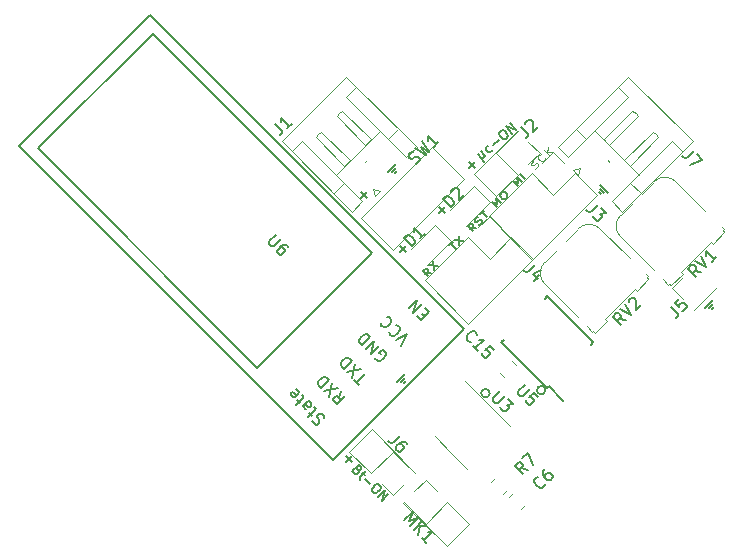
<source format=gto>
G04 #@! TF.GenerationSoftware,KiCad,Pcbnew,(7.0.0)*
G04 #@! TF.CreationDate,2023-04-23T00:27:49-06:00*
G04 #@! TF.ProjectId,Fonocardiograma_V3A,466f6e6f-6361-4726-9469-6f6772616d61,rev?*
G04 #@! TF.SameCoordinates,Original*
G04 #@! TF.FileFunction,Legend,Top*
G04 #@! TF.FilePolarity,Positive*
%FSLAX46Y46*%
G04 Gerber Fmt 4.6, Leading zero omitted, Abs format (unit mm)*
G04 Created by KiCad (PCBNEW (7.0.0)) date 2023-04-23 00:27:49*
%MOMM*%
%LPD*%
G01*
G04 APERTURE LIST*
%ADD10C,0.150000*%
%ADD11C,0.125000*%
%ADD12C,0.120000*%
%ADD13C,0.203200*%
G04 APERTURE END LIST*
D10*
X99822000Y-58420000D02*
X99314000Y-58928000D01*
X101853999Y-55117998D02*
X102362001Y-54610002D01*
X103588420Y-74168000D02*
G75*
G03*
X103588420Y-74168000I-359210J0D01*
G01*
X93218000Y-57150000D02*
X92710000Y-57658000D01*
X94949774Y-55461801D02*
X95668199Y-54743383D01*
X95711774Y-73241801D02*
X96430199Y-72523383D01*
X95297762Y-55473026D02*
X95668197Y-55102592D01*
X96012000Y-62230000D02*
X96520000Y-61722000D01*
X96012000Y-61722000D02*
X96520000Y-62230000D01*
X96340393Y-73331603D02*
X96520000Y-73152000D01*
X99314000Y-58420000D02*
X99822000Y-58928000D01*
X101854002Y-54609999D02*
X102361998Y-55118001D01*
X95578393Y-55551603D02*
X95758000Y-55372000D01*
X121799383Y-66966196D02*
X122517803Y-66247777D01*
X96059762Y-73253026D02*
X96430197Y-72882592D01*
X91440000Y-79502000D02*
X91948000Y-80010000D01*
X92710000Y-57150000D02*
X93218000Y-57658000D01*
X112924791Y-56536796D02*
X113643210Y-57255210D01*
X108309210Y-73914000D02*
G75*
G03*
X108309210Y-73914000I-359210J0D01*
G01*
X112913558Y-56884777D02*
X113283998Y-57255207D01*
X122147367Y-66977424D02*
X122517804Y-66606987D01*
X112834986Y-57165410D02*
X113014592Y-57345017D01*
X122428000Y-67056000D02*
X122607605Y-66876395D01*
X91948000Y-79502000D02*
X91440000Y-80010000D01*
X100121282Y-61659533D02*
X100444531Y-61336284D01*
X100707171Y-61922172D02*
X100282907Y-61497908D01*
X100579218Y-61201597D02*
X101380606Y-61248737D01*
X100956342Y-60824473D02*
X101003482Y-61625861D01*
X105960359Y-56668985D02*
X105536094Y-56244720D01*
X105536094Y-56244720D02*
X106027702Y-56359204D01*
X106027702Y-56359204D02*
X105913218Y-55867597D01*
X105913218Y-55867597D02*
X106337482Y-56291861D01*
X106606856Y-56022487D02*
X106182592Y-55598223D01*
D11*
X107437218Y-55151719D02*
X107538233Y-55091110D01*
X107538233Y-55091110D02*
X107672920Y-54956423D01*
X107672920Y-54956423D02*
X107706592Y-54882345D01*
X107706592Y-54882345D02*
X107713326Y-54835204D01*
X107713326Y-54835204D02*
X107699858Y-54767861D01*
X107699858Y-54767861D02*
X107659452Y-54727455D01*
X107659452Y-54727455D02*
X107592108Y-54713986D01*
X107592108Y-54713986D02*
X107544968Y-54720720D01*
X107544968Y-54720720D02*
X107470890Y-54754392D01*
X107470890Y-54754392D02*
X107342937Y-54841939D01*
X107342937Y-54841939D02*
X107268859Y-54875611D01*
X107268859Y-54875611D02*
X107221719Y-54882345D01*
X107221719Y-54882345D02*
X107154375Y-54868876D01*
X107154375Y-54868876D02*
X107113969Y-54828470D01*
X107113969Y-54828470D02*
X107100501Y-54761127D01*
X107100501Y-54761127D02*
X107107235Y-54713986D01*
X107107235Y-54713986D02*
X107140907Y-54639908D01*
X107140907Y-54639908D02*
X107275594Y-54505221D01*
X107275594Y-54505221D02*
X107376609Y-54444612D01*
X108305949Y-54242581D02*
X108299215Y-54289722D01*
X108299215Y-54289722D02*
X108238606Y-54390737D01*
X108238606Y-54390737D02*
X108184731Y-54444612D01*
X108184731Y-54444612D02*
X108083716Y-54505221D01*
X108083716Y-54505221D02*
X107989435Y-54518690D01*
X107989435Y-54518690D02*
X107922092Y-54505221D01*
X107922092Y-54505221D02*
X107814342Y-54451346D01*
X107814342Y-54451346D02*
X107753733Y-54390737D01*
X107753733Y-54390737D02*
X107699858Y-54282988D01*
X107699858Y-54282988D02*
X107686389Y-54215644D01*
X107686389Y-54215644D02*
X107699858Y-54121363D01*
X107699858Y-54121363D02*
X107760467Y-54020348D01*
X107760467Y-54020348D02*
X107814342Y-53966473D01*
X107814342Y-53966473D02*
X107915357Y-53905864D01*
X107915357Y-53905864D02*
X107962498Y-53899130D01*
X108588792Y-54040551D02*
X108164528Y-53616287D01*
X108912041Y-53717302D02*
X108427168Y-53717302D01*
X108487777Y-53293038D02*
X108406965Y-53858723D01*
D10*
X92436664Y-80675833D02*
X92490538Y-80783583D01*
X92490538Y-80783583D02*
X92490538Y-80837457D01*
X92490538Y-80837457D02*
X92463601Y-80918270D01*
X92463601Y-80918270D02*
X92382789Y-80999082D01*
X92382789Y-80999082D02*
X92301977Y-81026019D01*
X92301977Y-81026019D02*
X92248102Y-81026019D01*
X92248102Y-81026019D02*
X92167290Y-80999082D01*
X92167290Y-80999082D02*
X91951790Y-80783583D01*
X91951790Y-80783583D02*
X92517476Y-80217897D01*
X92517476Y-80217897D02*
X92706038Y-80406459D01*
X92706038Y-80406459D02*
X92732975Y-80487271D01*
X92732975Y-80487271D02*
X92732975Y-80541146D01*
X92732975Y-80541146D02*
X92706038Y-80621958D01*
X92706038Y-80621958D02*
X92652163Y-80675833D01*
X92652163Y-80675833D02*
X92571351Y-80702770D01*
X92571351Y-80702770D02*
X92517476Y-80702770D01*
X92517476Y-80702770D02*
X92436664Y-80675833D01*
X92436664Y-80675833D02*
X92248102Y-80487271D01*
X92813787Y-80891332D02*
X93029286Y-81106831D01*
X93083161Y-80783583D02*
X92598288Y-81268456D01*
X92598288Y-81268456D02*
X92571351Y-81349268D01*
X92571351Y-81349268D02*
X92598288Y-81430080D01*
X92598288Y-81430080D02*
X92652163Y-81483955D01*
X93056224Y-81457018D02*
X93487222Y-81888016D01*
X94214532Y-81914953D02*
X94322282Y-82022703D01*
X94322282Y-82022703D02*
X94349219Y-82103515D01*
X94349219Y-82103515D02*
X94349219Y-82211265D01*
X94349219Y-82211265D02*
X94268407Y-82345952D01*
X94268407Y-82345952D02*
X94079845Y-82534514D01*
X94079845Y-82534514D02*
X93945158Y-82615326D01*
X93945158Y-82615326D02*
X93837408Y-82615326D01*
X93837408Y-82615326D02*
X93756596Y-82588388D01*
X93756596Y-82588388D02*
X93648847Y-82480639D01*
X93648847Y-82480639D02*
X93621909Y-82399827D01*
X93621909Y-82399827D02*
X93621909Y-82292077D01*
X93621909Y-82292077D02*
X93702721Y-82157390D01*
X93702721Y-82157390D02*
X93891283Y-81968828D01*
X93891283Y-81968828D02*
X94025970Y-81888016D01*
X94025970Y-81888016D02*
X94133720Y-81888016D01*
X94133720Y-81888016D02*
X94214532Y-81914953D01*
X94133720Y-82965512D02*
X94699405Y-82399826D01*
X94699405Y-82399826D02*
X94456969Y-83288761D01*
X94456969Y-83288761D02*
X95022654Y-82723075D01*
X104182359Y-58446985D02*
X103758094Y-58022720D01*
X103758094Y-58022720D02*
X104249702Y-58137204D01*
X104249702Y-58137204D02*
X104135218Y-57645597D01*
X104135218Y-57645597D02*
X104559482Y-58069861D01*
X104512342Y-57268473D02*
X104620092Y-57160723D01*
X104620092Y-57160723D02*
X104694169Y-57127052D01*
X104694169Y-57127052D02*
X104788450Y-57113583D01*
X104788450Y-57113583D02*
X104896200Y-57167458D01*
X104896200Y-57167458D02*
X105037621Y-57308879D01*
X105037621Y-57308879D02*
X105091496Y-57416629D01*
X105091496Y-57416629D02*
X105078027Y-57510910D01*
X105078027Y-57510910D02*
X105044356Y-57584988D01*
X105044356Y-57584988D02*
X104936606Y-57692737D01*
X104936606Y-57692737D02*
X104862528Y-57726409D01*
X104862528Y-57726409D02*
X104768247Y-57739878D01*
X104768247Y-57739878D02*
X104660498Y-57686003D01*
X104660498Y-57686003D02*
X104519076Y-57544581D01*
X104519076Y-57544581D02*
X104465201Y-57436832D01*
X104465201Y-57436832D02*
X104478670Y-57342551D01*
X104478670Y-57342551D02*
X104512342Y-57268473D01*
X102561186Y-53945642D02*
X103075416Y-54558478D01*
X103122371Y-54021780D02*
X103200528Y-54055658D01*
X103200528Y-54055658D02*
X103283381Y-54035866D01*
X102830545Y-54266651D02*
X102908702Y-54300529D01*
X102908702Y-54300529D02*
X102991554Y-54280738D01*
X102991554Y-54280738D02*
X103108285Y-54182789D01*
X103108285Y-54182789D02*
X103142163Y-54104632D01*
X103142163Y-54104632D02*
X103122371Y-54021780D01*
X103122371Y-54021780D02*
X102853013Y-53700771D01*
X103784181Y-53565915D02*
X103750303Y-53644072D01*
X103750303Y-53644072D02*
X103633572Y-53742021D01*
X103633572Y-53742021D02*
X103550720Y-53761812D01*
X103550720Y-53761812D02*
X103497050Y-53757117D01*
X103497050Y-53757117D02*
X103418893Y-53723239D01*
X103418893Y-53723239D02*
X103271970Y-53548143D01*
X103271970Y-53548143D02*
X103252179Y-53465290D01*
X103252179Y-53465290D02*
X103256874Y-53411620D01*
X103256874Y-53411620D02*
X103290752Y-53333464D01*
X103290752Y-53333464D02*
X103407483Y-53235515D01*
X103407483Y-53235515D02*
X103490335Y-53215723D01*
X103875415Y-53141252D02*
X104342337Y-52749458D01*
X104432561Y-52027264D02*
X104549292Y-51929315D01*
X104549292Y-51929315D02*
X104632144Y-51909523D01*
X104632144Y-51909523D02*
X104739484Y-51918914D01*
X104739484Y-51918914D02*
X104866615Y-52011158D01*
X104866615Y-52011158D02*
X105038025Y-52215436D01*
X105038025Y-52215436D02*
X105106791Y-52356654D01*
X105106791Y-52356654D02*
X105097400Y-52463994D01*
X105097400Y-52463994D02*
X105063522Y-52542151D01*
X105063522Y-52542151D02*
X104946791Y-52640099D01*
X104946791Y-52640099D02*
X104863939Y-52659891D01*
X104863939Y-52659891D02*
X104756599Y-52650500D01*
X104756599Y-52650500D02*
X104629468Y-52558256D01*
X104629468Y-52558256D02*
X104458058Y-52353978D01*
X104458058Y-52353978D02*
X104389292Y-52212760D01*
X104389292Y-52212760D02*
X104398683Y-52105421D01*
X104398683Y-52105421D02*
X104432561Y-52027264D01*
X105472079Y-52199331D02*
X104957848Y-51586495D01*
X104957848Y-51586495D02*
X105822270Y-51905485D01*
X105822270Y-51905485D02*
X105308040Y-51292649D01*
X98663607Y-63965736D02*
X98273015Y-63952267D01*
X98340359Y-64288985D02*
X97916094Y-63864720D01*
X97916094Y-63864720D02*
X98131594Y-63649221D01*
X98131594Y-63649221D02*
X98205672Y-63615550D01*
X98205672Y-63615550D02*
X98252812Y-63608815D01*
X98252812Y-63608815D02*
X98320156Y-63622284D01*
X98320156Y-63622284D02*
X98380765Y-63682893D01*
X98380765Y-63682893D02*
X98394233Y-63750237D01*
X98394233Y-63750237D02*
X98387499Y-63797377D01*
X98387499Y-63797377D02*
X98353827Y-63871455D01*
X98353827Y-63871455D02*
X98138328Y-64086954D01*
X98427905Y-63352910D02*
X99229293Y-63400050D01*
X98805029Y-62975786D02*
X98852169Y-63777174D01*
X102473607Y-60155736D02*
X102083015Y-60142267D01*
X102150359Y-60478985D02*
X101726094Y-60054720D01*
X101726094Y-60054720D02*
X101941594Y-59839221D01*
X101941594Y-59839221D02*
X102015672Y-59805550D01*
X102015672Y-59805550D02*
X102062812Y-59798815D01*
X102062812Y-59798815D02*
X102130156Y-59812284D01*
X102130156Y-59812284D02*
X102190765Y-59872893D01*
X102190765Y-59872893D02*
X102204233Y-59940237D01*
X102204233Y-59940237D02*
X102197499Y-59987377D01*
X102197499Y-59987377D02*
X102163827Y-60061455D01*
X102163827Y-60061455D02*
X101948328Y-60276954D01*
X102668904Y-59920033D02*
X102769919Y-59859424D01*
X102769919Y-59859424D02*
X102904606Y-59724737D01*
X102904606Y-59724737D02*
X102938278Y-59650659D01*
X102938278Y-59650659D02*
X102945012Y-59603519D01*
X102945012Y-59603519D02*
X102931543Y-59536176D01*
X102931543Y-59536176D02*
X102891137Y-59495769D01*
X102891137Y-59495769D02*
X102823794Y-59482301D01*
X102823794Y-59482301D02*
X102776653Y-59489035D01*
X102776653Y-59489035D02*
X102702575Y-59522707D01*
X102702575Y-59522707D02*
X102574623Y-59610253D01*
X102574623Y-59610253D02*
X102500545Y-59643925D01*
X102500545Y-59643925D02*
X102453404Y-59650659D01*
X102453404Y-59650659D02*
X102386061Y-59637191D01*
X102386061Y-59637191D02*
X102345655Y-59596785D01*
X102345655Y-59596785D02*
X102332186Y-59529441D01*
X102332186Y-59529441D02*
X102338920Y-59482301D01*
X102338920Y-59482301D02*
X102372592Y-59408223D01*
X102372592Y-59408223D02*
X102507279Y-59273536D01*
X102507279Y-59273536D02*
X102608294Y-59212927D01*
X102749716Y-59031099D02*
X103072965Y-58707850D01*
X103335604Y-59293739D02*
X102911340Y-58869475D01*
X104451820Y-73992861D02*
X103879400Y-74565281D01*
X103879400Y-74565281D02*
X103845728Y-74666296D01*
X103845728Y-74666296D02*
X103845728Y-74733640D01*
X103845728Y-74733640D02*
X103879400Y-74834655D01*
X103879400Y-74834655D02*
X104014087Y-74969342D01*
X104014087Y-74969342D02*
X104115102Y-75003014D01*
X104115102Y-75003014D02*
X104182446Y-75003014D01*
X104182446Y-75003014D02*
X104283461Y-74969342D01*
X104283461Y-74969342D02*
X104855881Y-74396922D01*
X105125255Y-74666296D02*
X105562987Y-75104029D01*
X105562987Y-75104029D02*
X105057911Y-75137701D01*
X105057911Y-75137701D02*
X105158926Y-75238716D01*
X105158926Y-75238716D02*
X105192598Y-75339731D01*
X105192598Y-75339731D02*
X105192598Y-75407075D01*
X105192598Y-75407075D02*
X105158926Y-75508090D01*
X105158926Y-75508090D02*
X104990568Y-75676449D01*
X104990568Y-75676449D02*
X104889552Y-75710121D01*
X104889552Y-75710121D02*
X104822209Y-75710121D01*
X104822209Y-75710121D02*
X104721194Y-75676449D01*
X104721194Y-75676449D02*
X104519163Y-75474418D01*
X104519163Y-75474418D02*
X104485491Y-75373403D01*
X104485491Y-75373403D02*
X104485491Y-75306060D01*
X95969626Y-77802968D02*
X95464550Y-78308044D01*
X95464550Y-78308044D02*
X95329863Y-78375388D01*
X95329863Y-78375388D02*
X95195176Y-78375388D01*
X95195176Y-78375388D02*
X95060489Y-78308044D01*
X95060489Y-78308044D02*
X94993146Y-78240701D01*
X96609390Y-78442731D02*
X96474703Y-78308044D01*
X96474703Y-78308044D02*
X96373688Y-78274373D01*
X96373688Y-78274373D02*
X96306344Y-78274373D01*
X96306344Y-78274373D02*
X96137985Y-78308044D01*
X96137985Y-78308044D02*
X95969627Y-78409060D01*
X95969627Y-78409060D02*
X95700253Y-78678434D01*
X95700253Y-78678434D02*
X95666581Y-78779449D01*
X95666581Y-78779449D02*
X95666581Y-78846792D01*
X95666581Y-78846792D02*
X95700253Y-78947808D01*
X95700253Y-78947808D02*
X95834940Y-79082495D01*
X95834940Y-79082495D02*
X95935955Y-79116166D01*
X95935955Y-79116166D02*
X96003298Y-79116166D01*
X96003298Y-79116166D02*
X96104314Y-79082495D01*
X96104314Y-79082495D02*
X96272672Y-78914136D01*
X96272672Y-78914136D02*
X96306344Y-78813121D01*
X96306344Y-78813121D02*
X96306344Y-78745777D01*
X96306344Y-78745777D02*
X96272672Y-78644762D01*
X96272672Y-78644762D02*
X96137985Y-78510075D01*
X96137985Y-78510075D02*
X96036970Y-78476403D01*
X96036970Y-78476403D02*
X95969627Y-78476403D01*
X95969627Y-78476403D02*
X95868611Y-78510075D01*
X96350249Y-84931804D02*
X97057356Y-84224697D01*
X97057356Y-84224697D02*
X96787982Y-84965476D01*
X96787982Y-84965476D02*
X97528760Y-84696102D01*
X97528760Y-84696102D02*
X96821653Y-85403208D01*
X97158371Y-85739926D02*
X97865478Y-85032819D01*
X97562432Y-86143987D02*
X97663447Y-85436880D01*
X98269539Y-85436880D02*
X97461417Y-85436880D01*
X98235867Y-86817422D02*
X97831806Y-86413361D01*
X98033836Y-86615391D02*
X98740943Y-85908285D01*
X98740943Y-85908285D02*
X98572584Y-85941956D01*
X98572584Y-85941956D02*
X98437897Y-85941956D01*
X98437897Y-85941956D02*
X98336882Y-85908285D01*
X101968997Y-69841865D02*
X101901653Y-69841865D01*
X101901653Y-69841865D02*
X101766966Y-69774521D01*
X101766966Y-69774521D02*
X101699623Y-69707178D01*
X101699623Y-69707178D02*
X101632279Y-69572491D01*
X101632279Y-69572491D02*
X101632279Y-69437804D01*
X101632279Y-69437804D02*
X101665951Y-69336789D01*
X101665951Y-69336789D02*
X101766966Y-69168430D01*
X101766966Y-69168430D02*
X101867982Y-69067415D01*
X101867982Y-69067415D02*
X102036340Y-68966399D01*
X102036340Y-68966399D02*
X102137356Y-68932728D01*
X102137356Y-68932728D02*
X102272043Y-68932728D01*
X102272043Y-68932728D02*
X102406730Y-69000071D01*
X102406730Y-69000071D02*
X102474073Y-69067415D01*
X102474073Y-69067415D02*
X102541417Y-69202102D01*
X102541417Y-69202102D02*
X102541417Y-69269445D01*
X102575088Y-70582643D02*
X102171027Y-70178582D01*
X102373058Y-70380613D02*
X103080165Y-69673506D01*
X103080165Y-69673506D02*
X102911806Y-69707178D01*
X102911806Y-69707178D02*
X102777119Y-69707178D01*
X102777119Y-69707178D02*
X102676104Y-69673506D01*
X103921958Y-70515300D02*
X103585241Y-70178582D01*
X103585241Y-70178582D02*
X103214852Y-70481628D01*
X103214852Y-70481628D02*
X103282195Y-70481628D01*
X103282195Y-70481628D02*
X103383210Y-70515300D01*
X103383210Y-70515300D02*
X103551569Y-70683659D01*
X103551569Y-70683659D02*
X103585241Y-70784674D01*
X103585241Y-70784674D02*
X103585241Y-70852017D01*
X103585241Y-70852017D02*
X103551569Y-70953033D01*
X103551569Y-70953033D02*
X103383210Y-71121391D01*
X103383210Y-71121391D02*
X103282195Y-71155063D01*
X103282195Y-71155063D02*
X103214852Y-71155063D01*
X103214852Y-71155063D02*
X103113836Y-71121391D01*
X103113836Y-71121391D02*
X102945478Y-70953033D01*
X102945478Y-70953033D02*
X102911806Y-70852017D01*
X102911806Y-70852017D02*
X102911806Y-70784674D01*
X106588581Y-73435922D02*
X106016161Y-74008342D01*
X106016161Y-74008342D02*
X105982489Y-74109357D01*
X105982489Y-74109357D02*
X105982489Y-74176701D01*
X105982489Y-74176701D02*
X106016161Y-74277716D01*
X106016161Y-74277716D02*
X106150848Y-74412403D01*
X106150848Y-74412403D02*
X106251863Y-74446075D01*
X106251863Y-74446075D02*
X106319207Y-74446075D01*
X106319207Y-74446075D02*
X106420222Y-74412403D01*
X106420222Y-74412403D02*
X106992642Y-73839983D01*
X107666077Y-74513418D02*
X107329359Y-74176701D01*
X107329359Y-74176701D02*
X106958970Y-74479747D01*
X106958970Y-74479747D02*
X107026313Y-74479747D01*
X107026313Y-74479747D02*
X107127329Y-74513418D01*
X107127329Y-74513418D02*
X107295687Y-74681777D01*
X107295687Y-74681777D02*
X107329359Y-74782792D01*
X107329359Y-74782792D02*
X107329359Y-74850136D01*
X107329359Y-74850136D02*
X107295687Y-74951151D01*
X107295687Y-74951151D02*
X107127329Y-75119510D01*
X107127329Y-75119510D02*
X107026313Y-75153182D01*
X107026313Y-75153182D02*
X106958970Y-75153182D01*
X106958970Y-75153182D02*
X106857955Y-75119510D01*
X106857955Y-75119510D02*
X106689596Y-74951151D01*
X106689596Y-74951151D02*
X106655924Y-74850136D01*
X106655924Y-74850136D02*
X106655924Y-74782792D01*
X85506581Y-60735922D02*
X84934161Y-61308342D01*
X84934161Y-61308342D02*
X84900489Y-61409357D01*
X84900489Y-61409357D02*
X84900489Y-61476701D01*
X84900489Y-61476701D02*
X84934161Y-61577716D01*
X84934161Y-61577716D02*
X85068848Y-61712403D01*
X85068848Y-61712403D02*
X85169863Y-61746075D01*
X85169863Y-61746075D02*
X85237207Y-61746075D01*
X85237207Y-61746075D02*
X85338222Y-61712403D01*
X85338222Y-61712403D02*
X85910642Y-61139983D01*
X86550405Y-61779747D02*
X86415718Y-61645060D01*
X86415718Y-61645060D02*
X86314703Y-61611388D01*
X86314703Y-61611388D02*
X86247359Y-61611388D01*
X86247359Y-61611388D02*
X86079000Y-61645060D01*
X86079000Y-61645060D02*
X85910642Y-61746075D01*
X85910642Y-61746075D02*
X85641268Y-62015449D01*
X85641268Y-62015449D02*
X85607596Y-62116464D01*
X85607596Y-62116464D02*
X85607596Y-62183808D01*
X85607596Y-62183808D02*
X85641268Y-62284823D01*
X85641268Y-62284823D02*
X85775955Y-62419510D01*
X85775955Y-62419510D02*
X85876970Y-62453182D01*
X85876970Y-62453182D02*
X85944313Y-62453182D01*
X85944313Y-62453182D02*
X86045329Y-62419510D01*
X86045329Y-62419510D02*
X86213687Y-62251151D01*
X86213687Y-62251151D02*
X86247359Y-62150136D01*
X86247359Y-62150136D02*
X86247359Y-62082792D01*
X86247359Y-62082792D02*
X86213687Y-61981777D01*
X86213687Y-61981777D02*
X86079000Y-61847090D01*
X86079000Y-61847090D02*
X85977985Y-61813418D01*
X85977985Y-61813418D02*
X85910642Y-61813418D01*
X85910642Y-61813418D02*
X85809626Y-61847090D01*
X96099669Y-70135643D02*
X96571074Y-69192834D01*
X96571074Y-69192834D02*
X95628265Y-69664238D01*
X95628265Y-68384712D02*
X95695608Y-68384712D01*
X95695608Y-68384712D02*
X95830295Y-68452055D01*
X95830295Y-68452055D02*
X95897639Y-68519399D01*
X95897639Y-68519399D02*
X95964982Y-68654086D01*
X95964982Y-68654086D02*
X95964982Y-68788773D01*
X95964982Y-68788773D02*
X95931310Y-68889788D01*
X95931310Y-68889788D02*
X95830295Y-69058147D01*
X95830295Y-69058147D02*
X95729280Y-69159162D01*
X95729280Y-69159162D02*
X95560921Y-69260177D01*
X95560921Y-69260177D02*
X95459906Y-69293849D01*
X95459906Y-69293849D02*
X95325219Y-69293849D01*
X95325219Y-69293849D02*
X95190532Y-69226505D01*
X95190532Y-69226505D02*
X95123188Y-69159162D01*
X95123188Y-69159162D02*
X95055845Y-69024475D01*
X95055845Y-69024475D02*
X95055845Y-68957131D01*
X94921158Y-67677605D02*
X94988501Y-67677605D01*
X94988501Y-67677605D02*
X95123188Y-67744948D01*
X95123188Y-67744948D02*
X95190532Y-67812292D01*
X95190532Y-67812292D02*
X95257875Y-67946979D01*
X95257875Y-67946979D02*
X95257875Y-68081666D01*
X95257875Y-68081666D02*
X95224204Y-68182681D01*
X95224204Y-68182681D02*
X95123188Y-68351040D01*
X95123188Y-68351040D02*
X95022173Y-68452055D01*
X95022173Y-68452055D02*
X94853814Y-68553070D01*
X94853814Y-68553070D02*
X94752799Y-68586742D01*
X94752799Y-68586742D02*
X94618112Y-68586742D01*
X94618112Y-68586742D02*
X94483425Y-68519399D01*
X94483425Y-68519399D02*
X94416082Y-68452055D01*
X94416082Y-68452055D02*
X94348738Y-68317368D01*
X94348738Y-68317368D02*
X94348738Y-68250024D01*
X92543669Y-73437643D02*
X92139608Y-73033582D01*
X93048746Y-72528505D02*
X92341639Y-73235612D01*
X91971249Y-72865223D02*
X92206952Y-71686711D01*
X91499845Y-72393818D02*
X92678356Y-72158116D01*
X91937578Y-71417337D02*
X91230471Y-72124444D01*
X91230471Y-72124444D02*
X91062112Y-71956085D01*
X91062112Y-71956085D02*
X90994769Y-71821398D01*
X90994769Y-71821398D02*
X90994769Y-71686711D01*
X90994769Y-71686711D02*
X91028440Y-71585696D01*
X91028440Y-71585696D02*
X91129456Y-71417337D01*
X91129456Y-71417337D02*
X91230471Y-71316322D01*
X91230471Y-71316322D02*
X91398830Y-71215307D01*
X91398830Y-71215307D02*
X91499845Y-71181635D01*
X91499845Y-71181635D02*
X91634532Y-71181635D01*
X91634532Y-71181635D02*
X91769219Y-71248979D01*
X91769219Y-71248979D02*
X91937578Y-71417337D01*
X90967700Y-74003460D02*
X90866685Y-74575879D01*
X91371761Y-74407521D02*
X90664654Y-75114627D01*
X90664654Y-75114627D02*
X90395280Y-74845253D01*
X90395280Y-74845253D02*
X90361608Y-74744238D01*
X90361608Y-74744238D02*
X90361608Y-74676895D01*
X90361608Y-74676895D02*
X90395280Y-74575879D01*
X90395280Y-74575879D02*
X90496295Y-74474864D01*
X90496295Y-74474864D02*
X90597311Y-74441192D01*
X90597311Y-74441192D02*
X90664654Y-74441192D01*
X90664654Y-74441192D02*
X90765669Y-74474864D01*
X90765669Y-74474864D02*
X91035043Y-74744238D01*
X90024891Y-74474864D02*
X90260593Y-73296353D01*
X89553486Y-74003460D02*
X90731998Y-73767757D01*
X89991219Y-73026979D02*
X89284112Y-73734086D01*
X89284112Y-73734086D02*
X89115753Y-73565727D01*
X89115753Y-73565727D02*
X89048410Y-73431040D01*
X89048410Y-73431040D02*
X89048410Y-73296353D01*
X89048410Y-73296353D02*
X89082082Y-73195338D01*
X89082082Y-73195338D02*
X89183097Y-73026979D01*
X89183097Y-73026979D02*
X89284112Y-72925964D01*
X89284112Y-72925964D02*
X89452471Y-72824948D01*
X89452471Y-72824948D02*
X89553486Y-72791277D01*
X89553486Y-72791277D02*
X89688173Y-72791277D01*
X89688173Y-72791277D02*
X89822860Y-72858620D01*
X89822860Y-72858620D02*
X89991219Y-73026979D01*
X93883937Y-71154566D02*
X93917608Y-71255582D01*
X93917608Y-71255582D02*
X94018624Y-71356597D01*
X94018624Y-71356597D02*
X94153311Y-71423940D01*
X94153311Y-71423940D02*
X94287998Y-71423940D01*
X94287998Y-71423940D02*
X94389013Y-71390269D01*
X94389013Y-71390269D02*
X94557372Y-71289253D01*
X94557372Y-71289253D02*
X94658387Y-71188238D01*
X94658387Y-71188238D02*
X94759402Y-71019879D01*
X94759402Y-71019879D02*
X94793074Y-70918864D01*
X94793074Y-70918864D02*
X94793074Y-70784177D01*
X94793074Y-70784177D02*
X94725730Y-70649490D01*
X94725730Y-70649490D02*
X94658387Y-70582147D01*
X94658387Y-70582147D02*
X94523700Y-70514803D01*
X94523700Y-70514803D02*
X94456356Y-70514803D01*
X94456356Y-70514803D02*
X94220654Y-70750505D01*
X94220654Y-70750505D02*
X94355341Y-70885192D01*
X94220654Y-70144414D02*
X93513547Y-70851521D01*
X93513547Y-70851521D02*
X93816593Y-69740353D01*
X93816593Y-69740353D02*
X93109486Y-70447460D01*
X93479876Y-69403635D02*
X92772769Y-70110742D01*
X92772769Y-70110742D02*
X92604410Y-69942383D01*
X92604410Y-69942383D02*
X92537067Y-69807696D01*
X92537067Y-69807696D02*
X92537067Y-69673009D01*
X92537067Y-69673009D02*
X92570738Y-69571994D01*
X92570738Y-69571994D02*
X92671754Y-69403635D01*
X92671754Y-69403635D02*
X92772769Y-69302620D01*
X92772769Y-69302620D02*
X92941128Y-69201605D01*
X92941128Y-69201605D02*
X93042143Y-69167933D01*
X93042143Y-69167933D02*
X93176830Y-69167933D01*
X93176830Y-69167933D02*
X93311517Y-69235277D01*
X93311517Y-69235277D02*
X93479876Y-69403635D01*
X98113372Y-67665910D02*
X97877669Y-67430208D01*
X98147043Y-66958803D02*
X98483761Y-67295521D01*
X98483761Y-67295521D02*
X97776654Y-68002627D01*
X97776654Y-68002627D02*
X97439937Y-67665910D01*
X97843997Y-66655757D02*
X97136891Y-67362864D01*
X97136891Y-67362864D02*
X97439936Y-66251696D01*
X97439936Y-66251696D02*
X96732830Y-66958803D01*
X89593761Y-76252864D02*
X89526417Y-76118177D01*
X89526417Y-76118177D02*
X89358059Y-75949818D01*
X89358059Y-75949818D02*
X89257043Y-75916147D01*
X89257043Y-75916147D02*
X89189700Y-75916147D01*
X89189700Y-75916147D02*
X89088685Y-75949818D01*
X89088685Y-75949818D02*
X89021341Y-76017162D01*
X89021341Y-76017162D02*
X88987669Y-76118177D01*
X88987669Y-76118177D02*
X88987669Y-76185521D01*
X88987669Y-76185521D02*
X89021341Y-76286536D01*
X89021341Y-76286536D02*
X89122356Y-76454895D01*
X89122356Y-76454895D02*
X89156028Y-76555910D01*
X89156028Y-76555910D02*
X89156028Y-76623253D01*
X89156028Y-76623253D02*
X89122356Y-76724269D01*
X89122356Y-76724269D02*
X89055013Y-76791612D01*
X89055013Y-76791612D02*
X88953998Y-76825284D01*
X88953998Y-76825284D02*
X88886654Y-76825284D01*
X88886654Y-76825284D02*
X88785639Y-76791612D01*
X88785639Y-76791612D02*
X88617280Y-76623253D01*
X88617280Y-76623253D02*
X88549937Y-76488566D01*
X88549937Y-76084505D02*
X88280562Y-75815131D01*
X88213219Y-76219192D02*
X88819311Y-75613101D01*
X88819311Y-75613101D02*
X88852982Y-75512086D01*
X88852982Y-75512086D02*
X88819311Y-75411070D01*
X88819311Y-75411070D02*
X88751967Y-75343727D01*
X88213219Y-74804978D02*
X87842829Y-75175368D01*
X87842829Y-75175368D02*
X87809158Y-75276383D01*
X87809158Y-75276383D02*
X87842829Y-75377398D01*
X87842829Y-75377398D02*
X87977516Y-75512085D01*
X87977516Y-75512085D02*
X88078532Y-75545757D01*
X88179547Y-74838650D02*
X88280562Y-74872322D01*
X88280562Y-74872322D02*
X88448921Y-75040681D01*
X88448921Y-75040681D02*
X88482593Y-75141696D01*
X88482593Y-75141696D02*
X88448921Y-75242711D01*
X88448921Y-75242711D02*
X88381577Y-75310055D01*
X88381577Y-75310055D02*
X88280562Y-75343727D01*
X88280562Y-75343727D02*
X88179547Y-75310055D01*
X88179547Y-75310055D02*
X88011188Y-75141696D01*
X88011188Y-75141696D02*
X87910173Y-75108024D01*
X87506112Y-75040681D02*
X87236738Y-74771307D01*
X87169394Y-75175368D02*
X87775486Y-74569276D01*
X87775486Y-74569276D02*
X87809158Y-74468261D01*
X87809158Y-74468261D02*
X87775486Y-74367246D01*
X87775486Y-74367246D02*
X87708142Y-74299902D01*
X87169394Y-73828497D02*
X87270409Y-73862169D01*
X87270409Y-73862169D02*
X87405096Y-73996856D01*
X87405096Y-73996856D02*
X87438768Y-74097871D01*
X87438768Y-74097871D02*
X87405096Y-74198887D01*
X87405096Y-74198887D02*
X87135722Y-74468261D01*
X87135722Y-74468261D02*
X87034707Y-74501932D01*
X87034707Y-74501932D02*
X86933692Y-74468261D01*
X86933692Y-74468261D02*
X86799005Y-74333574D01*
X86799005Y-74333574D02*
X86765333Y-74232558D01*
X86765333Y-74232558D02*
X86799005Y-74131543D01*
X86799005Y-74131543D02*
X86866348Y-74064200D01*
X86866348Y-74064200D02*
X87270409Y-74333574D01*
X106821926Y-80641628D02*
X106249506Y-80540613D01*
X106417865Y-81045689D02*
X105710758Y-80338582D01*
X105710758Y-80338582D02*
X105980132Y-80069208D01*
X105980132Y-80069208D02*
X106081148Y-80035536D01*
X106081148Y-80035536D02*
X106148491Y-80035536D01*
X106148491Y-80035536D02*
X106249506Y-80069208D01*
X106249506Y-80069208D02*
X106350522Y-80170223D01*
X106350522Y-80170223D02*
X106384193Y-80271239D01*
X106384193Y-80271239D02*
X106384193Y-80338582D01*
X106384193Y-80338582D02*
X106350522Y-80439597D01*
X106350522Y-80439597D02*
X106081148Y-80708971D01*
X106350522Y-79698819D02*
X106821926Y-79227414D01*
X106821926Y-79227414D02*
X107225987Y-80237567D01*
X106250969Y-51604373D02*
X106756045Y-52109449D01*
X106756045Y-52109449D02*
X106823389Y-52244136D01*
X106823389Y-52244136D02*
X106823389Y-52378823D01*
X106823389Y-52378823D02*
X106756045Y-52513510D01*
X106756045Y-52513510D02*
X106688702Y-52580853D01*
X106621358Y-51368670D02*
X106621358Y-51301327D01*
X106621358Y-51301327D02*
X106655030Y-51200311D01*
X106655030Y-51200311D02*
X106823389Y-51031953D01*
X106823389Y-51031953D02*
X106924404Y-50998281D01*
X106924404Y-50998281D02*
X106991748Y-50998281D01*
X106991748Y-50998281D02*
X107092763Y-51031953D01*
X107092763Y-51031953D02*
X107160106Y-51099296D01*
X107160106Y-51099296D02*
X107227450Y-51233983D01*
X107227450Y-51233983D02*
X107227450Y-52042105D01*
X107227450Y-52042105D02*
X107665183Y-51604372D01*
X118950968Y-66844372D02*
X119456044Y-67349448D01*
X119456044Y-67349448D02*
X119523388Y-67484135D01*
X119523388Y-67484135D02*
X119523388Y-67618822D01*
X119523388Y-67618822D02*
X119456044Y-67753509D01*
X119456044Y-67753509D02*
X119388701Y-67820852D01*
X119624403Y-66170936D02*
X119287686Y-66507654D01*
X119287686Y-66507654D02*
X119590731Y-66878043D01*
X119590731Y-66878043D02*
X119590731Y-66810700D01*
X119590731Y-66810700D02*
X119624403Y-66709684D01*
X119624403Y-66709684D02*
X119792762Y-66541326D01*
X119792762Y-66541326D02*
X119893777Y-66507654D01*
X119893777Y-66507654D02*
X119961121Y-66507654D01*
X119961121Y-66507654D02*
X120062136Y-66541326D01*
X120062136Y-66541326D02*
X120230495Y-66709684D01*
X120230495Y-66709684D02*
X120264166Y-66810700D01*
X120264166Y-66810700D02*
X120264166Y-66878043D01*
X120264166Y-66878043D02*
X120230495Y-66979058D01*
X120230495Y-66979058D02*
X120062136Y-67147417D01*
X120062136Y-67147417D02*
X119961121Y-67181089D01*
X119961121Y-67181089D02*
X119893777Y-67181089D01*
X121504880Y-63926674D02*
X120932460Y-63825659D01*
X121100819Y-64330735D02*
X120393712Y-63623628D01*
X120393712Y-63623628D02*
X120663086Y-63354254D01*
X120663086Y-63354254D02*
X120764102Y-63320582D01*
X120764102Y-63320582D02*
X120831445Y-63320582D01*
X120831445Y-63320582D02*
X120932460Y-63354254D01*
X120932460Y-63354254D02*
X121033476Y-63455270D01*
X121033476Y-63455270D02*
X121067147Y-63556285D01*
X121067147Y-63556285D02*
X121067147Y-63623628D01*
X121067147Y-63623628D02*
X121033476Y-63724644D01*
X121033476Y-63724644D02*
X120764102Y-63994018D01*
X120999804Y-63017537D02*
X121942613Y-63488941D01*
X121942613Y-63488941D02*
X121471208Y-62546132D01*
X122784407Y-62647147D02*
X122380346Y-63051208D01*
X122582376Y-62849178D02*
X121875269Y-62142071D01*
X121875269Y-62142071D02*
X121908941Y-62310430D01*
X121908941Y-62310430D02*
X121908941Y-62445117D01*
X121908941Y-62445117D02*
X121875269Y-62546132D01*
X108278583Y-81844284D02*
X108278583Y-81911628D01*
X108278583Y-81911628D02*
X108211239Y-82046315D01*
X108211239Y-82046315D02*
X108143896Y-82113658D01*
X108143896Y-82113658D02*
X108009209Y-82181002D01*
X108009209Y-82181002D02*
X107874522Y-82181002D01*
X107874522Y-82181002D02*
X107773506Y-82147330D01*
X107773506Y-82147330D02*
X107605148Y-82046315D01*
X107605148Y-82046315D02*
X107504132Y-81945300D01*
X107504132Y-81945300D02*
X107403117Y-81776941D01*
X107403117Y-81776941D02*
X107369445Y-81675926D01*
X107369445Y-81675926D02*
X107369445Y-81541239D01*
X107369445Y-81541239D02*
X107436789Y-81406552D01*
X107436789Y-81406552D02*
X107504132Y-81339208D01*
X107504132Y-81339208D02*
X107638819Y-81271865D01*
X107638819Y-81271865D02*
X107706163Y-81271865D01*
X108244911Y-80598430D02*
X108110224Y-80733117D01*
X108110224Y-80733117D02*
X108076552Y-80834132D01*
X108076552Y-80834132D02*
X108076552Y-80901475D01*
X108076552Y-80901475D02*
X108110224Y-81069834D01*
X108110224Y-81069834D02*
X108211239Y-81238193D01*
X108211239Y-81238193D02*
X108480613Y-81507567D01*
X108480613Y-81507567D02*
X108581629Y-81541239D01*
X108581629Y-81541239D02*
X108648972Y-81541239D01*
X108648972Y-81541239D02*
X108749987Y-81507567D01*
X108749987Y-81507567D02*
X108884674Y-81372880D01*
X108884674Y-81372880D02*
X108918346Y-81271865D01*
X108918346Y-81271865D02*
X108918346Y-81204521D01*
X108918346Y-81204521D02*
X108884674Y-81103506D01*
X108884674Y-81103506D02*
X108716316Y-80935147D01*
X108716316Y-80935147D02*
X108615300Y-80901475D01*
X108615300Y-80901475D02*
X108547957Y-80901475D01*
X108547957Y-80901475D02*
X108446942Y-80935147D01*
X108446942Y-80935147D02*
X108312255Y-81069834D01*
X108312255Y-81069834D02*
X108278583Y-81170849D01*
X108278583Y-81170849D02*
X108278583Y-81238193D01*
X108278583Y-81238193D02*
X108312255Y-81339208D01*
X100321865Y-58439689D02*
X99614758Y-57732582D01*
X99614758Y-57732582D02*
X99783117Y-57564223D01*
X99783117Y-57564223D02*
X99917804Y-57496880D01*
X99917804Y-57496880D02*
X100052491Y-57496880D01*
X100052491Y-57496880D02*
X100153506Y-57530552D01*
X100153506Y-57530552D02*
X100321865Y-57631567D01*
X100321865Y-57631567D02*
X100422881Y-57732582D01*
X100422881Y-57732582D02*
X100523896Y-57900941D01*
X100523896Y-57900941D02*
X100557568Y-58001956D01*
X100557568Y-58001956D02*
X100557568Y-58136643D01*
X100557568Y-58136643D02*
X100490224Y-58271330D01*
X100490224Y-58271330D02*
X100321865Y-58439689D01*
X100355537Y-57126491D02*
X100355537Y-57059147D01*
X100355537Y-57059147D02*
X100389209Y-56958132D01*
X100389209Y-56958132D02*
X100557568Y-56789773D01*
X100557568Y-56789773D02*
X100658583Y-56756101D01*
X100658583Y-56756101D02*
X100725926Y-56756101D01*
X100725926Y-56756101D02*
X100826942Y-56789773D01*
X100826942Y-56789773D02*
X100894285Y-56857117D01*
X100894285Y-56857117D02*
X100961629Y-56991804D01*
X100961629Y-56991804D02*
X100961629Y-57799926D01*
X100961629Y-57799926D02*
X101399361Y-57362193D01*
X120861626Y-53672968D02*
X120356550Y-54178044D01*
X120356550Y-54178044D02*
X120221863Y-54245388D01*
X120221863Y-54245388D02*
X120087176Y-54245388D01*
X120087176Y-54245388D02*
X119952489Y-54178044D01*
X119952489Y-54178044D02*
X119885146Y-54110701D01*
X121131001Y-53942342D02*
X121602405Y-54413747D01*
X121602405Y-54413747D02*
X120592253Y-54817808D01*
X97019865Y-61741689D02*
X96312758Y-61034582D01*
X96312758Y-61034582D02*
X96481117Y-60866223D01*
X96481117Y-60866223D02*
X96615804Y-60798880D01*
X96615804Y-60798880D02*
X96750491Y-60798880D01*
X96750491Y-60798880D02*
X96851506Y-60832552D01*
X96851506Y-60832552D02*
X97019865Y-60933567D01*
X97019865Y-60933567D02*
X97120881Y-61034582D01*
X97120881Y-61034582D02*
X97221896Y-61202941D01*
X97221896Y-61202941D02*
X97255568Y-61303956D01*
X97255568Y-61303956D02*
X97255568Y-61438643D01*
X97255568Y-61438643D02*
X97188224Y-61573330D01*
X97188224Y-61573330D02*
X97019865Y-61741689D01*
X98097361Y-60664193D02*
X97693300Y-61068254D01*
X97895331Y-60866223D02*
X97188224Y-60159117D01*
X97188224Y-60159117D02*
X97221896Y-60327475D01*
X97221896Y-60327475D02*
X97221896Y-60462162D01*
X97221896Y-60462162D02*
X97188224Y-60563178D01*
X97327297Y-54762915D02*
X97461984Y-54695571D01*
X97461984Y-54695571D02*
X97630342Y-54527213D01*
X97630342Y-54527213D02*
X97664014Y-54426197D01*
X97664014Y-54426197D02*
X97664014Y-54358854D01*
X97664014Y-54358854D02*
X97630342Y-54257839D01*
X97630342Y-54257839D02*
X97562999Y-54190495D01*
X97562999Y-54190495D02*
X97461984Y-54156823D01*
X97461984Y-54156823D02*
X97394640Y-54156823D01*
X97394640Y-54156823D02*
X97293625Y-54190495D01*
X97293625Y-54190495D02*
X97125266Y-54291510D01*
X97125266Y-54291510D02*
X97024251Y-54325182D01*
X97024251Y-54325182D02*
X96956907Y-54325182D01*
X96956907Y-54325182D02*
X96855892Y-54291510D01*
X96855892Y-54291510D02*
X96788549Y-54224167D01*
X96788549Y-54224167D02*
X96754877Y-54123152D01*
X96754877Y-54123152D02*
X96754877Y-54055808D01*
X96754877Y-54055808D02*
X96788549Y-53954793D01*
X96788549Y-53954793D02*
X96956907Y-53786434D01*
X96956907Y-53786434D02*
X97091594Y-53719091D01*
X97293625Y-53449717D02*
X98169090Y-53988465D01*
X98169090Y-53988465D02*
X97798701Y-53348701D01*
X97798701Y-53348701D02*
X98438464Y-53719091D01*
X98438464Y-53719091D02*
X97899716Y-52843625D01*
X99246586Y-52910969D02*
X98842525Y-53315030D01*
X99044556Y-53112999D02*
X98337449Y-52405892D01*
X98337449Y-52405892D02*
X98371121Y-52574251D01*
X98371121Y-52574251D02*
X98371121Y-52708938D01*
X98371121Y-52708938D02*
X98337449Y-52809953D01*
X107399626Y-63324968D02*
X106894550Y-63830044D01*
X106894550Y-63830044D02*
X106759863Y-63897388D01*
X106759863Y-63897388D02*
X106625176Y-63897388D01*
X106625176Y-63897388D02*
X106490489Y-63830044D01*
X106490489Y-63830044D02*
X106423146Y-63762701D01*
X107803688Y-64200434D02*
X107332283Y-64671838D01*
X107904703Y-63762701D02*
X107231268Y-64099418D01*
X107231268Y-64099418D02*
X107669001Y-64537151D01*
X115124180Y-67980441D02*
X114551760Y-67879426D01*
X114720119Y-68384502D02*
X114013012Y-67677395D01*
X114013012Y-67677395D02*
X114282386Y-67408021D01*
X114282386Y-67408021D02*
X114383402Y-67374349D01*
X114383402Y-67374349D02*
X114450745Y-67374349D01*
X114450745Y-67374349D02*
X114551760Y-67408021D01*
X114551760Y-67408021D02*
X114652776Y-67509037D01*
X114652776Y-67509037D02*
X114686447Y-67610052D01*
X114686447Y-67610052D02*
X114686447Y-67677395D01*
X114686447Y-67677395D02*
X114652776Y-67778411D01*
X114652776Y-67778411D02*
X114383402Y-68047785D01*
X114619104Y-67071304D02*
X115561913Y-67542708D01*
X115561913Y-67542708D02*
X115090508Y-66599899D01*
X115359882Y-66465212D02*
X115359882Y-66397869D01*
X115359882Y-66397869D02*
X115393554Y-66296853D01*
X115393554Y-66296853D02*
X115561913Y-66128495D01*
X115561913Y-66128495D02*
X115662928Y-66094823D01*
X115662928Y-66094823D02*
X115730272Y-66094823D01*
X115730272Y-66094823D02*
X115831287Y-66128495D01*
X115831287Y-66128495D02*
X115898630Y-66195838D01*
X115898630Y-66195838D02*
X115965974Y-66330525D01*
X115965974Y-66330525D02*
X115965974Y-67138647D01*
X115965974Y-67138647D02*
X116403707Y-66700914D01*
X112733626Y-58244968D02*
X112228550Y-58750044D01*
X112228550Y-58750044D02*
X112093863Y-58817388D01*
X112093863Y-58817388D02*
X111959176Y-58817388D01*
X111959176Y-58817388D02*
X111824489Y-58750044D01*
X111824489Y-58750044D02*
X111757146Y-58682701D01*
X113003001Y-58514342D02*
X113440733Y-58952075D01*
X113440733Y-58952075D02*
X112935657Y-58985747D01*
X112935657Y-58985747D02*
X113036672Y-59086762D01*
X113036672Y-59086762D02*
X113070344Y-59187777D01*
X113070344Y-59187777D02*
X113070344Y-59255121D01*
X113070344Y-59255121D02*
X113036672Y-59356136D01*
X113036672Y-59356136D02*
X112868314Y-59524495D01*
X112868314Y-59524495D02*
X112767298Y-59558166D01*
X112767298Y-59558166D02*
X112699955Y-59558166D01*
X112699955Y-59558166D02*
X112598940Y-59524495D01*
X112598940Y-59524495D02*
X112396909Y-59322464D01*
X112396909Y-59322464D02*
X112363237Y-59221449D01*
X112363237Y-59221449D02*
X112363237Y-59154105D01*
X85422968Y-51350373D02*
X85928044Y-51855449D01*
X85928044Y-51855449D02*
X85995388Y-51990136D01*
X85995388Y-51990136D02*
X85995388Y-52124823D01*
X85995388Y-52124823D02*
X85928044Y-52259510D01*
X85928044Y-52259510D02*
X85860701Y-52326853D01*
X86837182Y-51350372D02*
X86433121Y-51754433D01*
X86635151Y-51552403D02*
X85928044Y-50845296D01*
X85928044Y-50845296D02*
X85961716Y-51013655D01*
X85961716Y-51013655D02*
X85961716Y-51148342D01*
X85961716Y-51148342D02*
X85928044Y-51249357D01*
D12*
X103949269Y-75572909D02*
X101509751Y-73133390D01*
X103949269Y-75572909D02*
X105328128Y-76951767D01*
X100328883Y-79193295D02*
X98950024Y-77814437D01*
X100328883Y-79193295D02*
X101707741Y-80572154D01*
X95389562Y-82792466D02*
X94449110Y-81852014D01*
X96330014Y-81852014D02*
X95389562Y-82792466D01*
X97228040Y-80953988D02*
X97270466Y-80911562D01*
X97228040Y-80953988D02*
X95389562Y-79115511D01*
X97270466Y-80911562D02*
X93593511Y-77234607D01*
X93551084Y-80953988D02*
X91712607Y-79115511D01*
X95389562Y-79115511D02*
X93551084Y-80953988D01*
X91712607Y-79115511D02*
X93593511Y-77234607D01*
X98158439Y-81545535D02*
X99098891Y-82485987D01*
X97217987Y-82485987D02*
X98158439Y-81545535D01*
X96319961Y-83384013D02*
X96277535Y-83426439D01*
X96319961Y-83384013D02*
X98158439Y-85222490D01*
X96277535Y-83426439D02*
X99954490Y-87103394D01*
X99996917Y-83384013D02*
X101835394Y-85222490D01*
X98158439Y-85222490D02*
X99996917Y-83384013D01*
X101835394Y-85222490D02*
X99954490Y-87103394D01*
X104821010Y-72840457D02*
X104451543Y-72470990D01*
X105860457Y-71801010D02*
X105490990Y-71431543D01*
D10*
X108454464Y-73742623D02*
X108599421Y-73597666D01*
X108454464Y-73742623D02*
X104565377Y-69853536D01*
X108599421Y-73597666D02*
X109836858Y-74835103D01*
X112350623Y-69846464D02*
X112138491Y-70058597D01*
X112350623Y-69846464D02*
X108461536Y-65957377D01*
X104565377Y-69853536D02*
X104777509Y-69641403D01*
X108461536Y-65957377D02*
X108249403Y-66169509D01*
D13*
X90313502Y-79840969D02*
X101449020Y-68705451D01*
X101449020Y-68705451D02*
X74867462Y-42123893D01*
X63731944Y-53259411D02*
X90313502Y-79840969D01*
X74867462Y-42123893D02*
X63731944Y-53259411D01*
X83919560Y-72010186D02*
X65348390Y-53439016D01*
X65348390Y-53439016D02*
X75047067Y-43740339D01*
X75047067Y-43740339D02*
X93618237Y-62311509D01*
X93618237Y-62311509D02*
X83919560Y-72010186D01*
D12*
X105074282Y-82401165D02*
X104753165Y-82722282D01*
X104034835Y-81361718D02*
X103713718Y-81682835D01*
X107816955Y-53829949D02*
X106876503Y-54770401D01*
X106876503Y-52889497D02*
X107816955Y-53829949D01*
X105978477Y-51991471D02*
X105936051Y-51949045D01*
X105978477Y-51991471D02*
X104140000Y-53829949D01*
X105936051Y-51949045D02*
X102259096Y-55626000D01*
X105978477Y-55668427D02*
X104140000Y-57506904D01*
X104140000Y-53829949D02*
X105978477Y-55668427D01*
X104140000Y-57506904D02*
X102259096Y-55626000D01*
X119023096Y-65278000D02*
X119963548Y-64337548D01*
X119963548Y-66218452D02*
X119023096Y-65278000D01*
X120861574Y-67116478D02*
X120904000Y-67158904D01*
X120861574Y-67116478D02*
X122742478Y-65235574D01*
X120904000Y-67158904D02*
X122784904Y-65278000D01*
X122742478Y-65235574D02*
X122784904Y-65278000D01*
X123398043Y-60296996D02*
X123221266Y-60120219D01*
X119360463Y-56259416D02*
X121863621Y-58762574D01*
X123468753Y-60509128D02*
X123327332Y-60367706D01*
X123468753Y-60509128D02*
X122464662Y-61513219D01*
X123327332Y-60367706D02*
X123398043Y-60296996D01*
X122323240Y-61371798D02*
X122464662Y-61513219D01*
X122323240Y-61371798D02*
X119791798Y-63903240D01*
X116454254Y-57313005D02*
X117507843Y-56259416D01*
X119933219Y-64044662D02*
X118929128Y-65048753D01*
X119791798Y-63903240D02*
X119933219Y-64044662D01*
X114679416Y-59087843D02*
X115733005Y-58034254D01*
X118929128Y-65048753D02*
X118787706Y-64907332D01*
X118787706Y-64907332D02*
X118716996Y-64978043D01*
X118716996Y-64978043D02*
X118229092Y-64490139D01*
X117493701Y-63754748D02*
X114679416Y-60940463D01*
X119360463Y-56259416D02*
G75*
G03*
X117507843Y-56259416I-926310J-926310D01*
G01*
X114679416Y-59087843D02*
G75*
G03*
X114679416Y-60940463I926310J-926310D01*
G01*
X105213543Y-82977010D02*
X105583010Y-82607543D01*
X106252990Y-84016457D02*
X106622457Y-83646990D01*
X103631257Y-58000388D02*
X102273612Y-56642743D01*
X102273612Y-56642743D02*
X100251287Y-58665068D01*
X101608932Y-60022713D02*
X103631257Y-58000388D01*
X115309487Y-47379648D02*
X120768352Y-52838512D01*
X114446817Y-48242318D02*
X115309487Y-49104989D01*
X109355648Y-53333487D02*
X115309487Y-47379648D01*
X115309487Y-49104989D02*
X111773954Y-52640523D01*
X112481060Y-51933416D02*
X116214584Y-55666940D01*
X111773954Y-52640523D02*
X110911283Y-51777852D01*
X111773954Y-52640523D02*
X110218319Y-54196157D01*
X110218319Y-54196157D02*
X109355648Y-53333487D01*
X115655970Y-50271715D02*
X115938813Y-50441420D01*
X113237665Y-52690020D02*
X115655970Y-50271715D01*
X110642583Y-55313386D02*
X111066847Y-55737650D01*
X115938813Y-50441420D02*
X116108518Y-50724263D01*
X113463939Y-52916294D02*
X113237665Y-52690020D01*
X111278979Y-55101254D02*
X110642583Y-55313386D01*
X111066847Y-55737650D02*
X111278979Y-55101254D01*
X116108518Y-50724263D02*
X113690213Y-53142568D01*
X113690213Y-53142568D02*
X113463939Y-52916294D01*
X113584147Y-54450716D02*
X113697284Y-54563853D01*
X117423737Y-52039482D02*
X117706579Y-52209187D01*
X115005432Y-54457787D02*
X117423737Y-52039482D01*
X117706579Y-52209187D02*
X117876285Y-52492030D01*
X115231706Y-54684061D02*
X115005432Y-54457787D01*
X117876285Y-52492030D02*
X115457980Y-54910335D01*
X115457980Y-54910335D02*
X115231706Y-54684061D01*
X119043011Y-52838512D02*
X115507477Y-56374046D01*
X115507477Y-56374046D02*
X116370148Y-57236717D01*
X113951842Y-57929681D02*
X115507477Y-56374046D01*
X120768352Y-52838512D02*
X114814513Y-58792352D01*
X119905682Y-53701183D02*
X119043011Y-52838512D01*
X114814513Y-58792352D02*
X113951842Y-57929681D01*
X100329257Y-61302388D02*
X98971612Y-59944743D01*
X98971612Y-59944743D02*
X96949287Y-61967068D01*
X98306932Y-63324713D02*
X100329257Y-61302388D01*
X98689701Y-53309293D02*
X101376707Y-55996299D01*
X98689701Y-53309293D02*
X92679293Y-59319701D01*
X95366299Y-62006707D02*
X101376707Y-55996299D01*
X95366299Y-62006707D02*
X92679293Y-59319701D01*
X103581200Y-59129896D02*
X104521652Y-60070348D01*
X102640748Y-60070348D02*
X103581200Y-59129896D01*
X101742722Y-60968374D02*
X98108194Y-64602902D01*
X101742722Y-60968374D02*
X103581200Y-62806851D01*
X98108194Y-64602902D02*
X101785149Y-68279858D01*
X105419678Y-60968374D02*
X107258155Y-62806851D01*
X103581200Y-62806851D02*
X105419678Y-60968374D01*
X107258155Y-62806851D02*
X101785149Y-68279858D01*
X116967657Y-64280610D02*
X116790880Y-64103833D01*
X112930077Y-60243030D02*
X115433235Y-62746188D01*
X117038367Y-64492742D02*
X116896946Y-64351320D01*
X117038367Y-64492742D02*
X116034276Y-65496833D01*
X116896946Y-64351320D02*
X116967657Y-64280610D01*
X115892854Y-65355412D02*
X116034276Y-65496833D01*
X115892854Y-65355412D02*
X113361412Y-67886854D01*
X110023868Y-61296619D02*
X111077457Y-60243030D01*
X113502833Y-68028276D02*
X112498742Y-69032367D01*
X113361412Y-67886854D02*
X113502833Y-68028276D01*
X108249030Y-63071457D02*
X109302619Y-62017868D01*
X112498742Y-69032367D02*
X112357320Y-68890946D01*
X112357320Y-68890946D02*
X112286610Y-68961657D01*
X112286610Y-68961657D02*
X111798706Y-68473753D01*
X111063315Y-67738362D02*
X108249030Y-64924077D01*
X112930077Y-60243030D02*
G75*
G03*
X111077457Y-60243030I-926310J-926310D01*
G01*
X108249030Y-63071457D02*
G75*
G03*
X108249030Y-64924077I926310J-926310D01*
G01*
X108984051Y-53727045D02*
X109924503Y-54667497D01*
X108043599Y-54667497D02*
X108984051Y-53727045D01*
X107145573Y-55565523D02*
X103511045Y-59200051D01*
X107145573Y-55565523D02*
X108984051Y-57404000D01*
X103511045Y-59200051D02*
X107188000Y-62877007D01*
X110822529Y-55565523D02*
X112661006Y-57404000D01*
X108984051Y-57404000D02*
X110822529Y-55565523D01*
X112661006Y-57404000D02*
X107188000Y-62877007D01*
X85987648Y-52838513D02*
X91446512Y-47379648D01*
X86850318Y-53701183D02*
X87712989Y-52838513D01*
X91941487Y-58792352D02*
X85987648Y-52838513D01*
X87712989Y-52838513D02*
X91248523Y-56374046D01*
X90541416Y-55666940D02*
X94274940Y-51933416D01*
X91248523Y-56374046D02*
X90385852Y-57236717D01*
X91248523Y-56374046D02*
X92804157Y-57929681D01*
X92804157Y-57929681D02*
X91941487Y-58792352D01*
X88879715Y-52492030D02*
X89049420Y-52209187D01*
X91298020Y-54910335D02*
X88879715Y-52492030D01*
X93921386Y-57505417D02*
X94345650Y-57081153D01*
X89049420Y-52209187D02*
X89332263Y-52039482D01*
X91524294Y-54684061D02*
X91298020Y-54910335D01*
X93709254Y-56869021D02*
X93921386Y-57505417D01*
X94345650Y-57081153D02*
X93709254Y-56869021D01*
X89332263Y-52039482D02*
X91750568Y-54457787D01*
X91750568Y-54457787D02*
X91524294Y-54684061D01*
X93058716Y-54563853D02*
X93171853Y-54450716D01*
X90647482Y-50724263D02*
X90817187Y-50441421D01*
X93065787Y-53142568D02*
X90647482Y-50724263D01*
X90817187Y-50441421D02*
X91100030Y-50271715D01*
X93292061Y-52916294D02*
X93065787Y-53142568D01*
X91100030Y-50271715D02*
X93518335Y-52690020D01*
X93518335Y-52690020D02*
X93292061Y-52916294D01*
X91446512Y-49104989D02*
X94982046Y-52640523D01*
X94982046Y-52640523D02*
X95844717Y-51777852D01*
X96537681Y-54196158D02*
X94982046Y-52640523D01*
X91446512Y-47379648D02*
X97400352Y-53333487D01*
X92309183Y-48242318D02*
X91446512Y-49104989D01*
X97400352Y-53333487D02*
X96537681Y-54196158D01*
M02*

</source>
